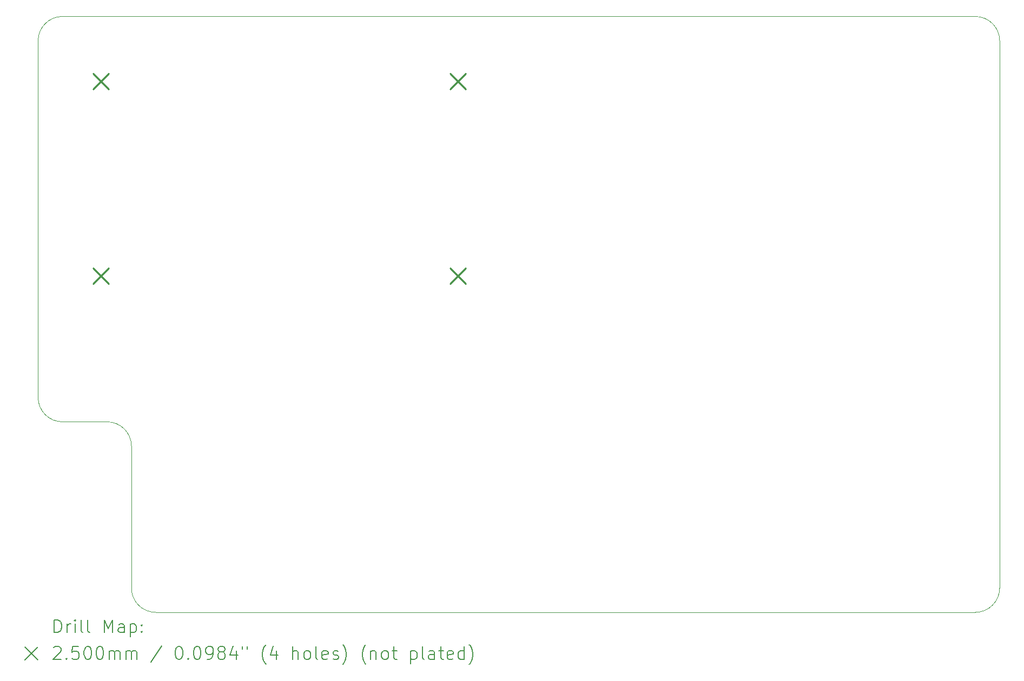
<source format=gbr>
%TF.GenerationSoftware,KiCad,Pcbnew,(6.0.7)*%
%TF.CreationDate,2022-09-12T18:32:13+03:00*%
%TF.ProjectId,SigGen,53696747-656e-42e6-9b69-6361645f7063,rev?*%
%TF.SameCoordinates,Original*%
%TF.FileFunction,Drillmap*%
%TF.FilePolarity,Positive*%
%FSLAX45Y45*%
G04 Gerber Fmt 4.5, Leading zero omitted, Abs format (unit mm)*
G04 Created by KiCad (PCBNEW (6.0.7)) date 2022-09-12 18:32:13*
%MOMM*%
%LPD*%
G01*
G04 APERTURE LIST*
%ADD10C,0.100000*%
%ADD11C,0.200000*%
%ADD12C,0.250000*%
G04 APERTURE END LIST*
D10*
X17018000Y-11493500D02*
X4191000Y-11493500D01*
X3429000Y-8509000D02*
X2730500Y-8509000D01*
X3810000Y-8890000D02*
G75*
G03*
X3429000Y-8509000I-381000J0D01*
G01*
X17399000Y-2540000D02*
X17399000Y-11112500D01*
X17399000Y-2540000D02*
G75*
G03*
X17018000Y-2159000I-381000J0D01*
G01*
X2730500Y-2159000D02*
X17018000Y-2159000D01*
X2349500Y-8128000D02*
G75*
G03*
X2730500Y-8509000I381000J0D01*
G01*
X3810000Y-11112500D02*
X3810000Y-8890000D01*
X17018000Y-11493500D02*
G75*
G03*
X17399000Y-11112500I0J381000D01*
G01*
X2349500Y-8128000D02*
X2349500Y-2540000D01*
X2730500Y-2159000D02*
G75*
G03*
X2349500Y-2540000I0J-381000D01*
G01*
X3810000Y-11112500D02*
G75*
G03*
X4191000Y-11493500I381000J0D01*
G01*
D11*
D12*
X3208000Y-3050000D02*
X3458000Y-3300000D01*
X3458000Y-3050000D02*
X3208000Y-3300000D01*
X3208000Y-6098000D02*
X3458000Y-6348000D01*
X3458000Y-6098000D02*
X3208000Y-6348000D01*
X8796000Y-3050000D02*
X9046000Y-3300000D01*
X9046000Y-3050000D02*
X8796000Y-3300000D01*
X8796000Y-6098000D02*
X9046000Y-6348000D01*
X9046000Y-6098000D02*
X8796000Y-6348000D01*
D11*
X2602119Y-11808976D02*
X2602119Y-11608976D01*
X2649738Y-11608976D01*
X2678310Y-11618500D01*
X2697357Y-11637548D01*
X2706881Y-11656595D01*
X2716405Y-11694690D01*
X2716405Y-11723262D01*
X2706881Y-11761357D01*
X2697357Y-11780405D01*
X2678310Y-11799452D01*
X2649738Y-11808976D01*
X2602119Y-11808976D01*
X2802119Y-11808976D02*
X2802119Y-11675643D01*
X2802119Y-11713738D02*
X2811643Y-11694690D01*
X2821167Y-11685167D01*
X2840214Y-11675643D01*
X2859262Y-11675643D01*
X2925928Y-11808976D02*
X2925928Y-11675643D01*
X2925928Y-11608976D02*
X2916405Y-11618500D01*
X2925928Y-11628024D01*
X2935452Y-11618500D01*
X2925928Y-11608976D01*
X2925928Y-11628024D01*
X3049738Y-11808976D02*
X3030690Y-11799452D01*
X3021167Y-11780405D01*
X3021167Y-11608976D01*
X3154500Y-11808976D02*
X3135452Y-11799452D01*
X3125928Y-11780405D01*
X3125928Y-11608976D01*
X3383071Y-11808976D02*
X3383071Y-11608976D01*
X3449738Y-11751833D01*
X3516405Y-11608976D01*
X3516405Y-11808976D01*
X3697357Y-11808976D02*
X3697357Y-11704214D01*
X3687833Y-11685167D01*
X3668786Y-11675643D01*
X3630690Y-11675643D01*
X3611643Y-11685167D01*
X3697357Y-11799452D02*
X3678309Y-11808976D01*
X3630690Y-11808976D01*
X3611643Y-11799452D01*
X3602119Y-11780405D01*
X3602119Y-11761357D01*
X3611643Y-11742309D01*
X3630690Y-11732786D01*
X3678309Y-11732786D01*
X3697357Y-11723262D01*
X3792595Y-11675643D02*
X3792595Y-11875643D01*
X3792595Y-11685167D02*
X3811643Y-11675643D01*
X3849738Y-11675643D01*
X3868786Y-11685167D01*
X3878309Y-11694690D01*
X3887833Y-11713738D01*
X3887833Y-11770881D01*
X3878309Y-11789928D01*
X3868786Y-11799452D01*
X3849738Y-11808976D01*
X3811643Y-11808976D01*
X3792595Y-11799452D01*
X3973548Y-11789928D02*
X3983071Y-11799452D01*
X3973548Y-11808976D01*
X3964024Y-11799452D01*
X3973548Y-11789928D01*
X3973548Y-11808976D01*
X3973548Y-11685167D02*
X3983071Y-11694690D01*
X3973548Y-11704214D01*
X3964024Y-11694690D01*
X3973548Y-11685167D01*
X3973548Y-11704214D01*
X2144500Y-12038500D02*
X2344500Y-12238500D01*
X2344500Y-12038500D02*
X2144500Y-12238500D01*
X2592595Y-12048024D02*
X2602119Y-12038500D01*
X2621167Y-12028976D01*
X2668786Y-12028976D01*
X2687833Y-12038500D01*
X2697357Y-12048024D01*
X2706881Y-12067071D01*
X2706881Y-12086119D01*
X2697357Y-12114690D01*
X2583071Y-12228976D01*
X2706881Y-12228976D01*
X2792595Y-12209928D02*
X2802119Y-12219452D01*
X2792595Y-12228976D01*
X2783071Y-12219452D01*
X2792595Y-12209928D01*
X2792595Y-12228976D01*
X2983071Y-12028976D02*
X2887833Y-12028976D01*
X2878309Y-12124214D01*
X2887833Y-12114690D01*
X2906881Y-12105167D01*
X2954500Y-12105167D01*
X2973548Y-12114690D01*
X2983071Y-12124214D01*
X2992595Y-12143262D01*
X2992595Y-12190881D01*
X2983071Y-12209928D01*
X2973548Y-12219452D01*
X2954500Y-12228976D01*
X2906881Y-12228976D01*
X2887833Y-12219452D01*
X2878309Y-12209928D01*
X3116405Y-12028976D02*
X3135452Y-12028976D01*
X3154500Y-12038500D01*
X3164024Y-12048024D01*
X3173548Y-12067071D01*
X3183071Y-12105167D01*
X3183071Y-12152786D01*
X3173548Y-12190881D01*
X3164024Y-12209928D01*
X3154500Y-12219452D01*
X3135452Y-12228976D01*
X3116405Y-12228976D01*
X3097357Y-12219452D01*
X3087833Y-12209928D01*
X3078309Y-12190881D01*
X3068786Y-12152786D01*
X3068786Y-12105167D01*
X3078309Y-12067071D01*
X3087833Y-12048024D01*
X3097357Y-12038500D01*
X3116405Y-12028976D01*
X3306881Y-12028976D02*
X3325928Y-12028976D01*
X3344976Y-12038500D01*
X3354500Y-12048024D01*
X3364024Y-12067071D01*
X3373548Y-12105167D01*
X3373548Y-12152786D01*
X3364024Y-12190881D01*
X3354500Y-12209928D01*
X3344976Y-12219452D01*
X3325928Y-12228976D01*
X3306881Y-12228976D01*
X3287833Y-12219452D01*
X3278309Y-12209928D01*
X3268786Y-12190881D01*
X3259262Y-12152786D01*
X3259262Y-12105167D01*
X3268786Y-12067071D01*
X3278309Y-12048024D01*
X3287833Y-12038500D01*
X3306881Y-12028976D01*
X3459262Y-12228976D02*
X3459262Y-12095643D01*
X3459262Y-12114690D02*
X3468786Y-12105167D01*
X3487833Y-12095643D01*
X3516405Y-12095643D01*
X3535452Y-12105167D01*
X3544976Y-12124214D01*
X3544976Y-12228976D01*
X3544976Y-12124214D02*
X3554500Y-12105167D01*
X3573548Y-12095643D01*
X3602119Y-12095643D01*
X3621167Y-12105167D01*
X3630690Y-12124214D01*
X3630690Y-12228976D01*
X3725928Y-12228976D02*
X3725928Y-12095643D01*
X3725928Y-12114690D02*
X3735452Y-12105167D01*
X3754500Y-12095643D01*
X3783071Y-12095643D01*
X3802119Y-12105167D01*
X3811643Y-12124214D01*
X3811643Y-12228976D01*
X3811643Y-12124214D02*
X3821167Y-12105167D01*
X3840214Y-12095643D01*
X3868786Y-12095643D01*
X3887833Y-12105167D01*
X3897357Y-12124214D01*
X3897357Y-12228976D01*
X4287833Y-12019452D02*
X4116405Y-12276595D01*
X4544976Y-12028976D02*
X4564024Y-12028976D01*
X4583071Y-12038500D01*
X4592595Y-12048024D01*
X4602119Y-12067071D01*
X4611643Y-12105167D01*
X4611643Y-12152786D01*
X4602119Y-12190881D01*
X4592595Y-12209928D01*
X4583071Y-12219452D01*
X4564024Y-12228976D01*
X4544976Y-12228976D01*
X4525929Y-12219452D01*
X4516405Y-12209928D01*
X4506881Y-12190881D01*
X4497357Y-12152786D01*
X4497357Y-12105167D01*
X4506881Y-12067071D01*
X4516405Y-12048024D01*
X4525929Y-12038500D01*
X4544976Y-12028976D01*
X4697357Y-12209928D02*
X4706881Y-12219452D01*
X4697357Y-12228976D01*
X4687833Y-12219452D01*
X4697357Y-12209928D01*
X4697357Y-12228976D01*
X4830690Y-12028976D02*
X4849738Y-12028976D01*
X4868786Y-12038500D01*
X4878310Y-12048024D01*
X4887833Y-12067071D01*
X4897357Y-12105167D01*
X4897357Y-12152786D01*
X4887833Y-12190881D01*
X4878310Y-12209928D01*
X4868786Y-12219452D01*
X4849738Y-12228976D01*
X4830690Y-12228976D01*
X4811643Y-12219452D01*
X4802119Y-12209928D01*
X4792595Y-12190881D01*
X4783071Y-12152786D01*
X4783071Y-12105167D01*
X4792595Y-12067071D01*
X4802119Y-12048024D01*
X4811643Y-12038500D01*
X4830690Y-12028976D01*
X4992595Y-12228976D02*
X5030690Y-12228976D01*
X5049738Y-12219452D01*
X5059262Y-12209928D01*
X5078310Y-12181357D01*
X5087833Y-12143262D01*
X5087833Y-12067071D01*
X5078310Y-12048024D01*
X5068786Y-12038500D01*
X5049738Y-12028976D01*
X5011643Y-12028976D01*
X4992595Y-12038500D01*
X4983071Y-12048024D01*
X4973548Y-12067071D01*
X4973548Y-12114690D01*
X4983071Y-12133738D01*
X4992595Y-12143262D01*
X5011643Y-12152786D01*
X5049738Y-12152786D01*
X5068786Y-12143262D01*
X5078310Y-12133738D01*
X5087833Y-12114690D01*
X5202119Y-12114690D02*
X5183071Y-12105167D01*
X5173548Y-12095643D01*
X5164024Y-12076595D01*
X5164024Y-12067071D01*
X5173548Y-12048024D01*
X5183071Y-12038500D01*
X5202119Y-12028976D01*
X5240214Y-12028976D01*
X5259262Y-12038500D01*
X5268786Y-12048024D01*
X5278310Y-12067071D01*
X5278310Y-12076595D01*
X5268786Y-12095643D01*
X5259262Y-12105167D01*
X5240214Y-12114690D01*
X5202119Y-12114690D01*
X5183071Y-12124214D01*
X5173548Y-12133738D01*
X5164024Y-12152786D01*
X5164024Y-12190881D01*
X5173548Y-12209928D01*
X5183071Y-12219452D01*
X5202119Y-12228976D01*
X5240214Y-12228976D01*
X5259262Y-12219452D01*
X5268786Y-12209928D01*
X5278310Y-12190881D01*
X5278310Y-12152786D01*
X5268786Y-12133738D01*
X5259262Y-12124214D01*
X5240214Y-12114690D01*
X5449738Y-12095643D02*
X5449738Y-12228976D01*
X5402119Y-12019452D02*
X5354500Y-12162309D01*
X5478310Y-12162309D01*
X5544976Y-12028976D02*
X5544976Y-12067071D01*
X5621167Y-12028976D02*
X5621167Y-12067071D01*
X5916405Y-12305167D02*
X5906881Y-12295643D01*
X5887833Y-12267071D01*
X5878309Y-12248024D01*
X5868786Y-12219452D01*
X5859262Y-12171833D01*
X5859262Y-12133738D01*
X5868786Y-12086119D01*
X5878309Y-12057548D01*
X5887833Y-12038500D01*
X5906881Y-12009928D01*
X5916405Y-12000405D01*
X6078309Y-12095643D02*
X6078309Y-12228976D01*
X6030690Y-12019452D02*
X5983071Y-12162309D01*
X6106881Y-12162309D01*
X6335452Y-12228976D02*
X6335452Y-12028976D01*
X6421167Y-12228976D02*
X6421167Y-12124214D01*
X6411643Y-12105167D01*
X6392595Y-12095643D01*
X6364024Y-12095643D01*
X6344976Y-12105167D01*
X6335452Y-12114690D01*
X6544976Y-12228976D02*
X6525928Y-12219452D01*
X6516405Y-12209928D01*
X6506881Y-12190881D01*
X6506881Y-12133738D01*
X6516405Y-12114690D01*
X6525928Y-12105167D01*
X6544976Y-12095643D01*
X6573548Y-12095643D01*
X6592595Y-12105167D01*
X6602119Y-12114690D01*
X6611643Y-12133738D01*
X6611643Y-12190881D01*
X6602119Y-12209928D01*
X6592595Y-12219452D01*
X6573548Y-12228976D01*
X6544976Y-12228976D01*
X6725928Y-12228976D02*
X6706881Y-12219452D01*
X6697357Y-12200405D01*
X6697357Y-12028976D01*
X6878309Y-12219452D02*
X6859262Y-12228976D01*
X6821167Y-12228976D01*
X6802119Y-12219452D01*
X6792595Y-12200405D01*
X6792595Y-12124214D01*
X6802119Y-12105167D01*
X6821167Y-12095643D01*
X6859262Y-12095643D01*
X6878309Y-12105167D01*
X6887833Y-12124214D01*
X6887833Y-12143262D01*
X6792595Y-12162309D01*
X6964024Y-12219452D02*
X6983071Y-12228976D01*
X7021167Y-12228976D01*
X7040214Y-12219452D01*
X7049738Y-12200405D01*
X7049738Y-12190881D01*
X7040214Y-12171833D01*
X7021167Y-12162309D01*
X6992595Y-12162309D01*
X6973548Y-12152786D01*
X6964024Y-12133738D01*
X6964024Y-12124214D01*
X6973548Y-12105167D01*
X6992595Y-12095643D01*
X7021167Y-12095643D01*
X7040214Y-12105167D01*
X7116405Y-12305167D02*
X7125928Y-12295643D01*
X7144976Y-12267071D01*
X7154500Y-12248024D01*
X7164024Y-12219452D01*
X7173548Y-12171833D01*
X7173548Y-12133738D01*
X7164024Y-12086119D01*
X7154500Y-12057548D01*
X7144976Y-12038500D01*
X7125928Y-12009928D01*
X7116405Y-12000405D01*
X7478309Y-12305167D02*
X7468786Y-12295643D01*
X7449738Y-12267071D01*
X7440214Y-12248024D01*
X7430690Y-12219452D01*
X7421167Y-12171833D01*
X7421167Y-12133738D01*
X7430690Y-12086119D01*
X7440214Y-12057548D01*
X7449738Y-12038500D01*
X7468786Y-12009928D01*
X7478309Y-12000405D01*
X7554500Y-12095643D02*
X7554500Y-12228976D01*
X7554500Y-12114690D02*
X7564024Y-12105167D01*
X7583071Y-12095643D01*
X7611643Y-12095643D01*
X7630690Y-12105167D01*
X7640214Y-12124214D01*
X7640214Y-12228976D01*
X7764024Y-12228976D02*
X7744976Y-12219452D01*
X7735452Y-12209928D01*
X7725928Y-12190881D01*
X7725928Y-12133738D01*
X7735452Y-12114690D01*
X7744976Y-12105167D01*
X7764024Y-12095643D01*
X7792595Y-12095643D01*
X7811643Y-12105167D01*
X7821167Y-12114690D01*
X7830690Y-12133738D01*
X7830690Y-12190881D01*
X7821167Y-12209928D01*
X7811643Y-12219452D01*
X7792595Y-12228976D01*
X7764024Y-12228976D01*
X7887833Y-12095643D02*
X7964024Y-12095643D01*
X7916405Y-12028976D02*
X7916405Y-12200405D01*
X7925928Y-12219452D01*
X7944976Y-12228976D01*
X7964024Y-12228976D01*
X8183071Y-12095643D02*
X8183071Y-12295643D01*
X8183071Y-12105167D02*
X8202119Y-12095643D01*
X8240214Y-12095643D01*
X8259262Y-12105167D01*
X8268786Y-12114690D01*
X8278309Y-12133738D01*
X8278309Y-12190881D01*
X8268786Y-12209928D01*
X8259262Y-12219452D01*
X8240214Y-12228976D01*
X8202119Y-12228976D01*
X8183071Y-12219452D01*
X8392595Y-12228976D02*
X8373548Y-12219452D01*
X8364024Y-12200405D01*
X8364024Y-12028976D01*
X8554500Y-12228976D02*
X8554500Y-12124214D01*
X8544976Y-12105167D01*
X8525929Y-12095643D01*
X8487833Y-12095643D01*
X8468786Y-12105167D01*
X8554500Y-12219452D02*
X8535452Y-12228976D01*
X8487833Y-12228976D01*
X8468786Y-12219452D01*
X8459262Y-12200405D01*
X8459262Y-12181357D01*
X8468786Y-12162309D01*
X8487833Y-12152786D01*
X8535452Y-12152786D01*
X8554500Y-12143262D01*
X8621167Y-12095643D02*
X8697357Y-12095643D01*
X8649738Y-12028976D02*
X8649738Y-12200405D01*
X8659262Y-12219452D01*
X8678310Y-12228976D01*
X8697357Y-12228976D01*
X8840214Y-12219452D02*
X8821167Y-12228976D01*
X8783071Y-12228976D01*
X8764024Y-12219452D01*
X8754500Y-12200405D01*
X8754500Y-12124214D01*
X8764024Y-12105167D01*
X8783071Y-12095643D01*
X8821167Y-12095643D01*
X8840214Y-12105167D01*
X8849738Y-12124214D01*
X8849738Y-12143262D01*
X8754500Y-12162309D01*
X9021167Y-12228976D02*
X9021167Y-12028976D01*
X9021167Y-12219452D02*
X9002119Y-12228976D01*
X8964024Y-12228976D01*
X8944976Y-12219452D01*
X8935452Y-12209928D01*
X8925929Y-12190881D01*
X8925929Y-12133738D01*
X8935452Y-12114690D01*
X8944976Y-12105167D01*
X8964024Y-12095643D01*
X9002119Y-12095643D01*
X9021167Y-12105167D01*
X9097357Y-12305167D02*
X9106881Y-12295643D01*
X9125929Y-12267071D01*
X9135452Y-12248024D01*
X9144976Y-12219452D01*
X9154500Y-12171833D01*
X9154500Y-12133738D01*
X9144976Y-12086119D01*
X9135452Y-12057548D01*
X9125929Y-12038500D01*
X9106881Y-12009928D01*
X9097357Y-12000405D01*
M02*

</source>
